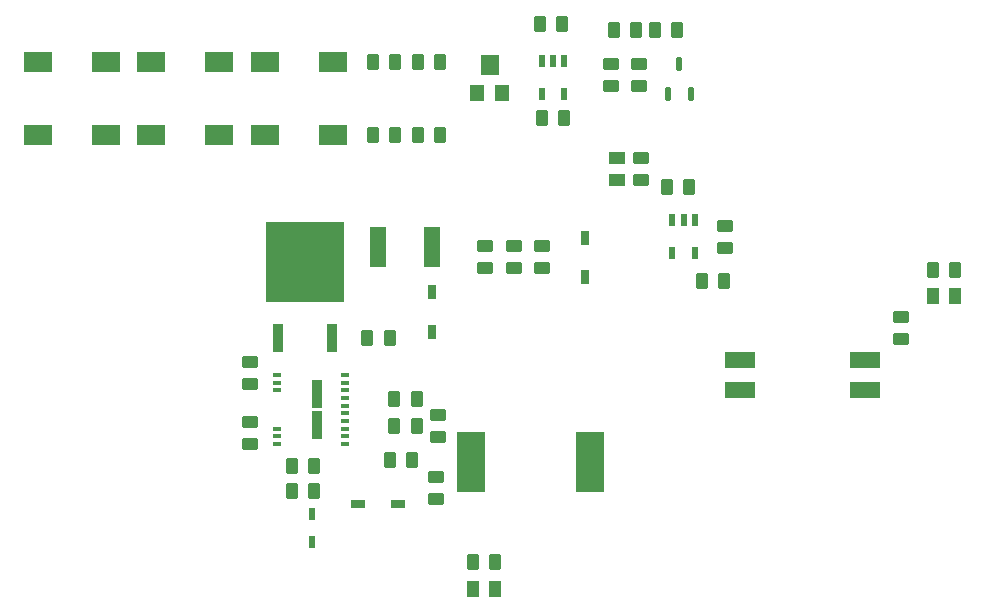
<source format=gtp>
G04*
G04 #@! TF.GenerationSoftware,Altium Limited,Altium Designer,23.8.1 (32)*
G04*
G04 Layer_Color=8421504*
%FSLAX25Y25*%
%MOIN*%
G70*
G04*
G04 #@! TF.SameCoordinates,BB991CD9-E61E-4A70-A8D9-3A71C13EE87A*
G04*
G04*
G04 #@! TF.FilePolarity,Positive*
G04*
G01*
G75*
%ADD15R,0.09843X0.05200*%
G04:AMPARAMS|DCode=16|XSize=47.64mil|YSize=28.74mil|CornerRadius=2.59mil|HoleSize=0mil|Usage=FLASHONLY|Rotation=270.000|XOffset=0mil|YOffset=0mil|HoleType=Round|Shape=RoundedRectangle|*
%AMROUNDEDRECTD16*
21,1,0.04764,0.02357,0,0,270.0*
21,1,0.04247,0.02874,0,0,270.0*
1,1,0.00517,-0.01178,-0.02123*
1,1,0.00517,-0.01178,0.02123*
1,1,0.00517,0.01178,0.02123*
1,1,0.00517,0.01178,-0.02123*
%
%ADD16ROUNDEDRECTD16*%
%ADD17R,0.03150X0.01772*%
G04:AMPARAMS|DCode=18|XSize=39.37mil|YSize=55.91mil|CornerRadius=4.92mil|HoleSize=0mil|Usage=FLASHONLY|Rotation=0.000|XOffset=0mil|YOffset=0mil|HoleType=Round|Shape=RoundedRectangle|*
%AMROUNDEDRECTD18*
21,1,0.03937,0.04606,0,0,0.0*
21,1,0.02953,0.05591,0,0,0.0*
1,1,0.00984,0.01476,-0.02303*
1,1,0.00984,-0.01476,-0.02303*
1,1,0.00984,-0.01476,0.02303*
1,1,0.00984,0.01476,0.02303*
%
%ADD18ROUNDEDRECTD18*%
%ADD19R,0.02000X0.03850*%
G04:AMPARAMS|DCode=20|XSize=39.37mil|YSize=55.91mil|CornerRadius=4.92mil|HoleSize=0mil|Usage=FLASHONLY|Rotation=270.000|XOffset=0mil|YOffset=0mil|HoleType=Round|Shape=RoundedRectangle|*
%AMROUNDEDRECTD20*
21,1,0.03937,0.04606,0,0,270.0*
21,1,0.02953,0.05591,0,0,270.0*
1,1,0.00984,-0.02303,-0.01476*
1,1,0.00984,-0.02303,0.01476*
1,1,0.00984,0.02303,0.01476*
1,1,0.00984,0.02303,-0.01476*
%
%ADD20ROUNDEDRECTD20*%
G04:AMPARAMS|DCode=21|XSize=47.64mil|YSize=23.23mil|CornerRadius=5.81mil|HoleSize=0mil|Usage=FLASHONLY|Rotation=270.000|XOffset=0mil|YOffset=0mil|HoleType=Round|Shape=RoundedRectangle|*
%AMROUNDEDRECTD21*
21,1,0.04764,0.01161,0,0,270.0*
21,1,0.03602,0.02323,0,0,270.0*
1,1,0.01161,-0.00581,-0.01801*
1,1,0.01161,-0.00581,0.01801*
1,1,0.01161,0.00581,0.01801*
1,1,0.01161,0.00581,-0.01801*
%
%ADD21ROUNDEDRECTD21*%
%ADD22R,0.05709X0.04331*%
%ADD23R,0.06300X0.06700*%
%ADD24R,0.04700X0.05500*%
%ADD25R,0.09700X0.06700*%
%ADD26R,0.05700X0.13600*%
%ADD27R,0.04331X0.05709*%
G04:AMPARAMS|DCode=28|XSize=47.64mil|YSize=28.74mil|CornerRadius=2.59mil|HoleSize=0mil|Usage=FLASHONLY|Rotation=0.000|XOffset=0mil|YOffset=0mil|HoleType=Round|Shape=RoundedRectangle|*
%AMROUNDEDRECTD28*
21,1,0.04764,0.02357,0,0,0.0*
21,1,0.04247,0.02874,0,0,0.0*
1,1,0.00517,0.02123,-0.01178*
1,1,0.00517,-0.02123,-0.01178*
1,1,0.00517,-0.02123,0.01178*
1,1,0.00517,0.02123,0.01178*
%
%ADD28ROUNDEDRECTD28*%
%ADD29R,0.09500X0.20500*%
%ADD30R,0.03700X0.09800*%
%ADD31R,0.26200X0.26800*%
G04:AMPARAMS|DCode=32|XSize=40.55mil|YSize=20.47mil|CornerRadius=2.56mil|HoleSize=0mil|Usage=FLASHONLY|Rotation=90.000|XOffset=0mil|YOffset=0mil|HoleType=Round|Shape=RoundedRectangle|*
%AMROUNDEDRECTD32*
21,1,0.04055,0.01535,0,0,90.0*
21,1,0.03543,0.02047,0,0,90.0*
1,1,0.00512,0.00768,0.01772*
1,1,0.00512,0.00768,-0.01772*
1,1,0.00512,-0.00768,-0.01772*
1,1,0.00512,-0.00768,0.01772*
%
%ADD32ROUNDEDRECTD32*%
G36*
X159835Y83520D02*
X156489D01*
Y92890D01*
X159835D01*
Y83520D01*
D02*
G37*
G36*
Y94110D02*
X156489D01*
Y103480D01*
X159835D01*
Y94110D01*
D02*
G37*
D15*
X340879Y109823D02*
D03*
Y99823D02*
D03*
X299279Y109823D02*
D03*
Y99823D02*
D03*
D16*
X247812Y150814D02*
D03*
Y137586D02*
D03*
X196712Y119386D02*
D03*
Y132614D02*
D03*
D17*
X167729Y105016D02*
D03*
Y102457D02*
D03*
Y99898D02*
D03*
Y97339D02*
D03*
Y94780D02*
D03*
Y92220D02*
D03*
Y89661D02*
D03*
Y87102D02*
D03*
Y84543D02*
D03*
Y81984D02*
D03*
X144894D02*
D03*
Y84543D02*
D03*
Y87102D02*
D03*
Y105016D02*
D03*
Y102457D02*
D03*
Y99898D02*
D03*
D18*
X177028Y209449D02*
D03*
X184390D02*
D03*
X192028D02*
D03*
X199390D02*
D03*
X271050Y220117D02*
D03*
X278412D02*
D03*
X257212D02*
D03*
X264574D02*
D03*
X232598Y222047D02*
D03*
X239961D02*
D03*
X233327Y190650D02*
D03*
X240689D02*
D03*
X274862Y167815D02*
D03*
X282224D02*
D03*
X286575Y136417D02*
D03*
X293937D02*
D03*
X210231Y42600D02*
D03*
X217593D02*
D03*
X184390Y185138D02*
D03*
X177028D02*
D03*
X175131Y117300D02*
D03*
X182493D02*
D03*
X189912Y76800D02*
D03*
X182550D02*
D03*
X191487Y87900D02*
D03*
X184124D02*
D03*
Y97000D02*
D03*
X191487D02*
D03*
X371040Y140000D02*
D03*
X363678D02*
D03*
X157474Y74700D02*
D03*
X150112D02*
D03*
X157474Y66200D02*
D03*
X150112D02*
D03*
X199390Y185138D02*
D03*
X192028D02*
D03*
D19*
X284252Y156556D02*
D03*
X280512D02*
D03*
X276772D02*
D03*
Y145806D02*
D03*
X284252D02*
D03*
X240748Y209509D02*
D03*
X237008D02*
D03*
X233268D02*
D03*
Y198759D02*
D03*
X240748D02*
D03*
D20*
X265551Y201201D02*
D03*
Y208563D02*
D03*
X256299D02*
D03*
Y201201D02*
D03*
X266161Y169976D02*
D03*
Y177339D02*
D03*
X233412Y140617D02*
D03*
Y147980D02*
D03*
X294390Y147362D02*
D03*
Y154724D02*
D03*
X223862Y140617D02*
D03*
Y147980D02*
D03*
X214312Y140617D02*
D03*
Y147980D02*
D03*
X198812Y91562D02*
D03*
Y84200D02*
D03*
X197933Y63740D02*
D03*
Y71102D02*
D03*
X352939Y116938D02*
D03*
Y124300D02*
D03*
X135827Y82119D02*
D03*
Y89481D02*
D03*
Y109232D02*
D03*
Y101870D02*
D03*
D21*
X275394Y198681D02*
D03*
X282874D02*
D03*
X279134Y208563D02*
D03*
D22*
X258161Y177201D02*
D03*
Y170114D02*
D03*
D23*
X215945Y208295D02*
D03*
D24*
X220079Y199016D02*
D03*
X211811D02*
D03*
D25*
X125745Y209283D02*
D03*
X103145D02*
D03*
X87945D02*
D03*
X65345D02*
D03*
X103145Y185117D02*
D03*
X125745D02*
D03*
X140945Y185116D02*
D03*
X163545D02*
D03*
Y209283D02*
D03*
X140945D02*
D03*
X65345Y185117D02*
D03*
X87945D02*
D03*
D26*
X196662Y147500D02*
D03*
X178762D02*
D03*
D27*
X217555Y33700D02*
D03*
X210469D02*
D03*
X363816Y131300D02*
D03*
X370902D02*
D03*
D28*
X172083Y62000D02*
D03*
X185312D02*
D03*
D29*
X249412Y76000D02*
D03*
X209712D02*
D03*
D30*
X163228Y117300D02*
D03*
X145196D02*
D03*
D31*
X154212Y142500D02*
D03*
D32*
X156712Y58528D02*
D03*
Y49472D02*
D03*
M02*

</source>
